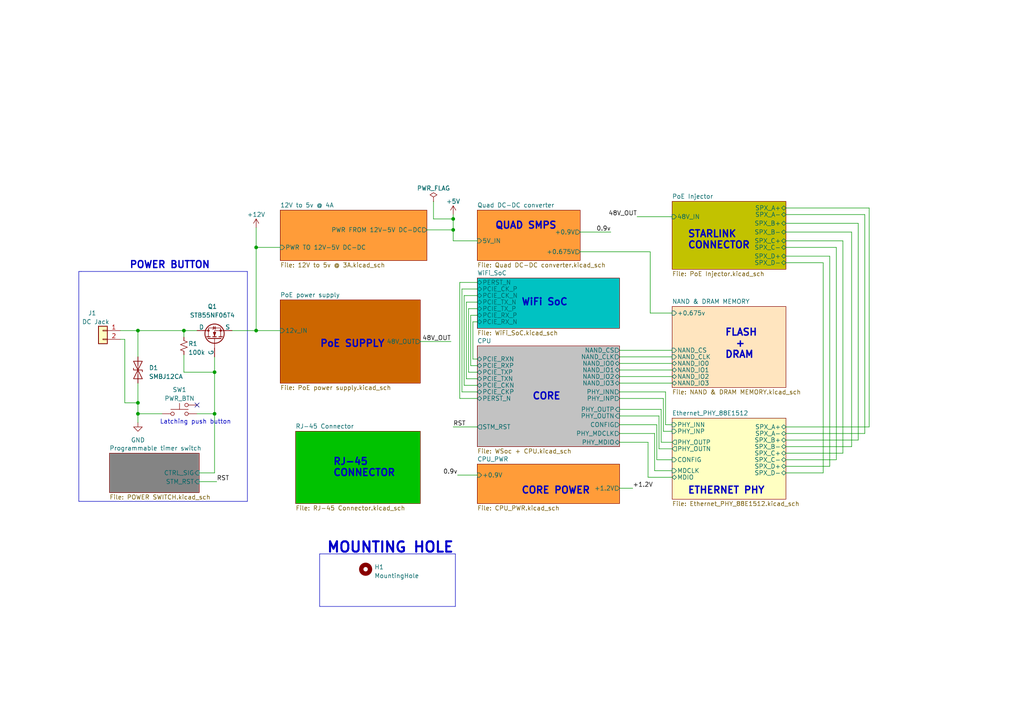
<source format=kicad_sch>
(kicad_sch (version 20230121) (generator eeschema)
  (paper "A4")
  (lib_symbols
    (symbol "Connector_Generic:Conn_01x02" (pin_names (offset 1.016) hide)
      (property "Reference" "J" (at 0 2.54 0))
      (property "Value" "Conn_01x02" (at 0 -5.08 0))
      (symbol "Conn_01x02_1_1"
        (rectangle (start -1.27 -2.413) (end 0 -2.667) (stroke (width 0.1524)))
        (rectangle (start -1.27 0.127) (end 0 -0.127) (stroke (width 0.1524)))
        (rectangle (start -1.27 1.27) (end 1.27 -3.81) (stroke (width 0.254)) (fill (type background)))
        (pin passive line (at -5.08 0 0) (length 3.81) (name "Pin_1") (number "1"))
        (pin passive line (at -5.08 -2.54 0) (length 3.81) (name "Pin_2") (number "2"))
      )
    )
    (symbol "Device:R_Small_US" (pin_numbers hide) (pin_names (offset 0.254) hide)
      (property "Reference" "R" (at 0.762 0.508 0))
      (property "Value" "R_Small_US" (at 0.762 -1.016 0))
      (symbol "R_Small_US_1_1"
        (polyline (pts (xy 0 0) (xy 1.016 -0.381) (xy 0 -0.762) (xy -1.016 -1.143) (xy 0 -1.524)))
        (polyline (pts (xy 0 1.524) (xy 1.016 1.143) (xy 0 0.762) (xy -1.016 0.381) (xy 0 0)))
        (pin passive line (at 0 2.54 270) (length 1.016) (name "~") (number "1"))
        (pin passive line (at 0 -2.54 90) (length 1.016) (name "~") (number "2"))
      )
    )
    (symbol "Diode:ESD9B5.0ST5G" (pin_numbers hide) (pin_names (offset 1.016) hide)
      (property "Reference" "D" (at 0 2.54 0))
      (property "Value" "ESD9B5.0ST5G" (at 0 -2.54 0))
      (symbol "ESD9B5.0ST5G_0_1"
        (polyline (pts (xy 1.27 0) (xy -1.27 0)))
        (polyline (pts (xy -2.54 -1.27) (xy 0 0) (xy -2.54 1.27) (xy -2.54 -1.27)) (stroke (width 0.2032)))
        (polyline (pts (xy 0.508 1.27) (xy 0 1.27) (xy 0 -1.27) (xy -0.508 -1.27)) (stroke (width 0.2032)))
        (polyline (pts (xy 2.54 1.27) (xy 2.54 -1.27) (xy 0 0) (xy 2.54 1.27)) (stroke (width 0.2032)))
      )
      (symbol "ESD9B5.0ST5G_1_1"
        (pin passive line (at -3.81 0 0) (length 2.54) (name "A1") (number "1"))
        (pin passive line (at 3.81 0 180) (length 2.54) (name "A2") (number "2"))
      )
    )
    (symbol "Mechanical:MountingHole" (pin_names (offset 1.016))
      (property "Reference" "H" (at 0 5.08 0))
      (property "Value" "MountingHole" (at 0 3.175 0))
      (symbol "MountingHole_0_1"
        (circle (center 0 0) (radius 1.27) (stroke (width 1.27)))
      )
    )
    (symbol "Simulation_SPICE:NMOS" (pin_numbers hide) (pin_names (offset 0))
      (property "Reference" "Q1" (at 0 5.715 90))
      (symbol "NMOS_0_1"
        (polyline (pts (xy 0.254 0) (xy -2.54 0)))
        (polyline (pts (xy 0.254 1.905) (xy 0.254 -1.905)) (stroke (width 0.254)))
        (polyline (pts (xy 0.762 -1.27) (xy 0.762 -2.286)) (stroke (width 0.254)))
        (polyline (pts (xy 0.762 0.508) (xy 0.762 -0.508)) (stroke (width 0.254)))
        (polyline (pts (xy 0.762 2.286) (xy 0.762 1.27)) (stroke (width 0.254)))
        (polyline (pts (xy 2.54 2.54) (xy 2.54 1.778)))
        (polyline (pts (xy 2.54 -2.54) (xy 2.54 0) (xy 0.762 0)))
        (polyline (pts (xy 0.762 -1.778) (xy 3.302 -1.778) (xy 3.302 1.778) (xy 0.762 1.778)))
        (polyline (pts (xy 1.016 0) (xy 2.032 0.381) (xy 2.032 -0.381) (xy 1.016 0)) (fill (type outline)))
        (polyline (pts (xy 2.794 0.508) (xy 2.921 0.381) (xy 3.683 0.381) (xy 3.81 0.254)))
        (polyline (pts (xy 3.302 0.381) (xy 2.921 -0.254) (xy 3.683 -0.254) (xy 3.302 0.381)))
        (circle (center 1.651 0) (radius 2.794) (stroke (width 0.254)))
        (circle (center 2.54 -1.778) (radius 0.254) (fill (type outline)))
        (circle (center 2.54 1.778) (radius 0.254) (fill (type outline)))
      )
      (symbol "NMOS_1_1"
        (pin input line (at -5.08 0 0) (length 2.54) (name "G") (number "1"))
        (pin passive line (at 2.54 5.08 270) (length 2.54) (name "D") (number "2"))
        (pin passive line (at 2.54 -5.08 90) (length 2.54) (name "S") (number "3"))
      )
    )
    (symbol "Switch:SW_Push" (pin_numbers hide) (pin_names (offset 1.016) hide)
      (property "Reference" "SW1" (at 0 6.985 0))
      (property "Value" "PWR_BTN" (at 0 4.445 0))
      (symbol "SW_Push_0_1"
        (circle (center -2.032 0) (radius 0.508))
        (polyline (pts (xy 0 1.27) (xy 0 3.048)))
        (polyline (pts (xy 2.54 1.27) (xy -2.54 1.27)))
        (circle (center 2.032 0) (radius 0.508))
        (circle (center 2.032 2.54) (radius 0.508))
        (pin passive line (at -5.08 0 0) (length 2.54) (name "1") (number "1"))
        (pin passive line (at 5.08 0 180) (length 2.54) (name "2") (number "2"))
        (pin passive line (at 5.08 2.54 180) (length 2.54) (name "3") (number "3"))
      )
    )
    (symbol "power:+12V" (power) (pin_names (offset 0))
      (property "Value" "+12V" (at 0 3.556 0))
      (symbol "+12V_0_1"
        (polyline (pts (xy -0.762 1.27) (xy 0 2.54)))
        (polyline (pts (xy 0 0) (xy 0 2.54)))
        (polyline (pts (xy 0 2.54) (xy 0.762 1.27)))
      )
      (symbol "+12V_1_1"
        (pin power_in line (at 0 0 90) (length 0) hide (name "+12V") (number "1"))
      )
    )
    (symbol "power:+5V" (power) (pin_names (offset 0))
      (property "Value" "+5V" (at 0 3.556 0))
      (symbol "+5V_0_1"
        (polyline (pts (xy -0.762 1.27) (xy 0 2.54)))
        (polyline (pts (xy 0 0) (xy 0 2.54)))
        (polyline (pts (xy 0 2.54) (xy 0.762 1.27)))
      )
      (symbol "+5V_1_1"
        (pin power_in line (at 0 0 90) (length 0) hide (name "+5V") (number "1"))
      )
    )
    (symbol "power:GND" (power) (pin_names (offset 0))
      (property "Value" "GND" (at 0 -3.81 0))
      (symbol "GND_0_1"
        (polyline (pts (xy 0 0) (xy 0 -1.27) (xy 1.27 -1.27) (xy 0 -2.54) (xy -1.27 -1.27) (xy 0 -1.27)))
      )
      (symbol "GND_1_1"
        (pin power_in line (at 0 0 270) (length 0) hide (name "GND") (number "1"))
      )
    )
    (symbol "power:PWR_FLAG" (power) (pin_numbers hide) (pin_names (offset 0) hide)
      (property "Value" "PWR_FLAG" (at 0 3.81 0))
      (symbol "PWR_FLAG_0_0"
        (pin power_out line (at 0 0 90) (length 0) (name "pwr") (number "1"))
      )
      (symbol "PWR_FLAG_0_1"
        (polyline (pts (xy 0 0) (xy 0 1.27) (xy -1.016 1.905) (xy 0 2.54) (xy 1.016 1.905) (xy 0 1.27)))
      )
    )
  )
  (junction (at 40.005 116.84))
  (junction (at 62.23 107.95))
  (junction (at 53.34 95.885))
  (junction (at 40.005 95.885))
  (junction (at 40.005 120.015))
  (junction (at 74.295 71.755))
  (junction (at 74.295 95.885))
  (junction (at 62.23 120.015))
  (junction (at 131.445 66.675))
  (junction (at 131.445 63.5))
  (no_connect (at 57.15 117.475))
  (wire (pts (xy 134.62 111.76) (xy 134.62 85.725)))
  (wire (pts (xy 189.865 136.525) (xy 189.865 125.73)))
  (wire (pts (xy 133.985 113.665) (xy 138.43 113.665)))
  (wire (pts (xy 133.985 83.82) (xy 133.985 113.665)))
  (wire (pts (xy 227.965 74.295) (xy 240.665 74.295)))
  (polyline (pts (xy 22.86 78.74) (xy 23.495 78.74)))
  (wire (pts (xy 135.255 109.855) (xy 138.43 109.855)))
  (wire (pts (xy 62.23 103.505) (xy 62.23 107.95)))
  (wire (pts (xy 187.96 128.27) (xy 187.96 138.43)))
  (wire (pts (xy 40.005 120.015) (xy 40.005 116.84)))
  (wire (pts (xy 227.965 67.31) (xy 247.015 67.31)))
  (wire (pts (xy 191.135 130.175) (xy 191.135 120.65)))
  (wire (pts (xy 190.5 123.19) (xy 190.5 133.35)))
  (wire (pts (xy 188.595 90.805) (xy 194.945 90.805)))
  (wire (pts (xy 193.04 113.665) (xy 193.04 123.19)))
  (wire (pts (xy 137.16 93.345) (xy 138.43 93.345)))
  (wire (pts (xy 135.89 89.535) (xy 138.43 89.535)))
  (wire (pts (xy 191.77 128.27) (xy 194.945 128.27)))
  (wire (pts (xy 227.965 60.325) (xy 252.095 60.325)))
  (wire (pts (xy 227.965 62.23) (xy 250.825 62.23)))
  (wire (pts (xy 40.005 95.885) (xy 53.34 95.885)))
  (polyline (pts (xy 22.86 145.415) (xy 71.755 145.415)))
  (wire (pts (xy 250.825 125.73) (xy 227.965 125.73)))
  (wire (pts (xy 131.445 63.5) (xy 131.445 66.675)))
  (polyline (pts (xy 23.495 78.74) (xy 71.755 78.74)))
  (wire (pts (xy 135.255 87.63) (xy 135.255 109.855)))
  (wire (pts (xy 227.965 133.35) (xy 242.57 133.35)))
  (wire (pts (xy 227.965 76.2) (xy 238.76 76.2)))
  (wire (pts (xy 134.62 85.725) (xy 138.43 85.725)))
  (wire (pts (xy 179.705 101.6) (xy 194.945 101.6)))
  (wire (pts (xy 238.76 137.16) (xy 227.965 137.16)))
  (wire (pts (xy 179.705 105.41) (xy 194.945 105.41)))
  (wire (pts (xy 53.34 95.885) (xy 53.34 97.79)))
  (wire (pts (xy 40.005 116.84) (xy 40.005 111.125)))
  (wire (pts (xy 36.195 98.425) (xy 36.195 116.84)))
  (wire (pts (xy 240.665 74.295) (xy 240.665 135.255)))
  (wire (pts (xy 248.92 64.77) (xy 227.965 64.77)))
  (wire (pts (xy 131.445 69.85) (xy 138.43 69.85)))
  (wire (pts (xy 34.925 98.425) (xy 36.195 98.425)))
  (wire (pts (xy 179.705 111.125) (xy 194.945 111.125)))
  (wire (pts (xy 192.405 125.095) (xy 192.405 115.57)))
  (wire (pts (xy 247.015 67.31) (xy 247.015 129.54)))
  (wire (pts (xy 191.77 118.745) (xy 191.77 128.27)))
  (wire (pts (xy 125.73 58.42) (xy 125.73 63.5)))
  (wire (pts (xy 179.705 107.315) (xy 194.945 107.315)))
  (wire (pts (xy 138.43 115.57) (xy 133.35 115.57)))
  (polyline (pts (xy 22.86 78.74) (xy 22.86 145.415)))
  (wire (pts (xy 193.04 123.19) (xy 194.945 123.19)))
  (wire (pts (xy 244.475 69.85) (xy 227.965 69.85)))
  (wire (pts (xy 136.525 106.045) (xy 138.43 106.045)))
  (wire (pts (xy 40.005 120.015) (xy 46.99 120.015)))
  (wire (pts (xy 138.43 83.82) (xy 133.985 83.82)))
  (wire (pts (xy 242.57 71.755) (xy 227.965 71.755)))
  (wire (pts (xy 247.015 129.54) (xy 227.965 129.54)))
  (wire (pts (xy 168.275 73.025) (xy 188.595 73.025)))
  (wire (pts (xy 40.005 122.555) (xy 40.005 120.015)))
  (wire (pts (xy 74.295 66.04) (xy 74.295 71.755)))
  (polyline (pts (xy 71.755 145.415) (xy 71.755 78.74)))
  (polyline (pts (xy 132.08 175.895) (xy 132.08 160.655)))
  (wire (pts (xy 194.945 130.175) (xy 191.135 130.175)))
  (wire (pts (xy 179.705 118.745) (xy 191.77 118.745)))
  (wire (pts (xy 62.23 107.95) (xy 62.23 120.015)))
  (wire (pts (xy 187.96 138.43) (xy 194.945 138.43)))
  (wire (pts (xy 244.475 131.445) (xy 244.475 69.85)))
  (wire (pts (xy 40.005 95.885) (xy 40.005 103.505)))
  (wire (pts (xy 168.275 67.31) (xy 177.165 67.31)))
  (wire (pts (xy 131.445 62.23) (xy 131.445 63.5)))
  (wire (pts (xy 123.825 66.675) (xy 131.445 66.675)))
  (wire (pts (xy 57.785 137.16) (xy 62.23 137.16)))
  (wire (pts (xy 179.705 128.27) (xy 187.96 128.27)))
  (wire (pts (xy 189.865 125.73) (xy 179.705 125.73)))
  (wire (pts (xy 132.715 137.795) (xy 138.43 137.795)))
  (wire (pts (xy 138.43 111.76) (xy 134.62 111.76)))
  (wire (pts (xy 252.095 123.825) (xy 227.965 123.825)))
  (wire (pts (xy 238.76 76.2) (xy 238.76 137.16)))
  (wire (pts (xy 184.785 62.865) (xy 194.945 62.865)))
  (wire (pts (xy 179.705 141.605) (xy 183.515 141.605)))
  (wire (pts (xy 125.73 63.5) (xy 131.445 63.5)))
  (wire (pts (xy 138.43 87.63) (xy 135.255 87.63)))
  (wire (pts (xy 227.965 131.445) (xy 244.475 131.445)))
  (wire (pts (xy 137.16 104.14) (xy 137.16 93.345)))
  (wire (pts (xy 34.925 95.885) (xy 40.005 95.885)))
  (wire (pts (xy 53.34 102.87) (xy 53.34 107.95)))
  (wire (pts (xy 133.35 81.915) (xy 138.43 81.915)))
  (wire (pts (xy 121.92 99.06) (xy 130.81 99.06)))
  (wire (pts (xy 179.705 123.19) (xy 190.5 123.19)))
  (wire (pts (xy 131.445 66.675) (xy 131.445 69.85)))
  (wire (pts (xy 135.89 107.95) (xy 135.89 89.535)))
  (wire (pts (xy 74.295 71.755) (xy 81.28 71.755)))
  (wire (pts (xy 138.43 104.14) (xy 137.16 104.14)))
  (wire (pts (xy 190.5 133.35) (xy 194.945 133.35)))
  (wire (pts (xy 179.705 103.505) (xy 194.945 103.505)))
  (wire (pts (xy 179.705 109.22) (xy 194.945 109.22)))
  (wire (pts (xy 133.35 115.57) (xy 133.35 81.915)))
  (wire (pts (xy 57.785 139.7) (xy 62.865 139.7)))
  (polyline (pts (xy 92.71 160.655) (xy 132.08 160.655)))
  (wire (pts (xy 131.445 123.825) (xy 138.43 123.825)))
  (wire (pts (xy 53.34 95.885) (xy 57.15 95.885)))
  (wire (pts (xy 179.705 113.665) (xy 193.04 113.665)))
  (polyline (pts (xy 92.71 175.895) (xy 132.08 175.895)))
  (wire (pts (xy 67.31 95.885) (xy 74.295 95.885)))
  (wire (pts (xy 74.295 95.885) (xy 81.28 95.885)))
  (wire (pts (xy 36.195 116.84) (xy 40.005 116.84)))
  (wire (pts (xy 57.15 120.015) (xy 62.23 120.015)))
  (wire (pts (xy 53.34 107.95) (xy 62.23 107.95)))
  (wire (pts (xy 74.295 71.755) (xy 74.295 95.885)))
  (wire (pts (xy 194.945 136.525) (xy 189.865 136.525)))
  (wire (pts (xy 227.965 127.635) (xy 248.92 127.635)))
  (wire (pts (xy 138.43 107.95) (xy 135.89 107.95)))
  (wire (pts (xy 136.525 91.44) (xy 136.525 106.045)))
  (wire (pts (xy 191.135 120.65) (xy 179.705 120.65)))
  (wire (pts (xy 194.945 125.095) (xy 192.405 125.095)))
  (polyline (pts (xy 92.71 160.655) (xy 92.71 175.895)))
  (wire (pts (xy 242.57 133.35) (xy 242.57 71.755)))
  (wire (pts (xy 192.405 115.57) (xy 179.705 115.57)))
  (wire (pts (xy 250.825 62.23) (xy 250.825 125.73)))
  (wire (pts (xy 240.665 135.255) (xy 227.965 135.255)))
  (wire (pts (xy 252.095 60.325) (xy 252.095 123.825)))
  (wire (pts (xy 138.43 91.44) (xy 136.525 91.44)))
  (wire (pts (xy 248.92 127.635) (xy 248.92 64.77)))
  (wire (pts (xy 188.595 73.025) (xy 188.595 90.805)))
  (wire (pts (xy 62.23 137.16) (xy 62.23 120.015)))
  (text "STARLINK\nCONNECTOR" (at 199.39 72.39 0) (effects (font (size 2 2) (thickness 0.4) bold) (justify left bottom)))
  (text "PoE SUPPLY" (at 92.71 100.965 0) (effects (font (size 2 2) (thickness 0.4) bold) (justify left bottom)))
  (text "ETHERNET PHY" (at 199.39 143.51 0) (effects (font (size 2 2) (thickness 0.4) bold) (justify left bottom)))
  (text "QUAD SMPS" (at 143.51 66.675 0) (effects (font (size 2 2) (thickness 0.4) bold) (justify left bottom)))
  (text "RJ-45\nCONNECTOR" (at 96.52 138.43 0) (effects (font (size 2 2) (thickness 0.4) bold) (justify left bottom)))
  (text "CORE" (at 154.305 116.205 0) (effects (font (size 2 2) (thickness 0.4) bold) (justify left bottom)))
  (text "CORE POWER" (at 151.13 143.51 0) (effects (font (size 2 2) (thickness 0.4) bold) (justify left bottom)))
  (text "MOUNTING HOLE" (at 94.615 160.655 0) (effects (font (size 3 3) (thickness 0.6) bold) (justify left bottom)))
  (text "POWER BUTTON" (at 37.465 78.105 0) (effects (font (size 2 2) (thickness 0.4) bold) (justify left bottom)))
  (text "WiFi SoC" (at 151.13 88.9 0) (effects (font (size 2 2) (thickness 0.4) bold) (justify left bottom)))
  (text "Latching push button" (at 46.355 123.19 0) (effects (font (size 1.27 1.27)) (justify left bottom)))
  (text "FLASH\n  +\nDRAM" (at 210.185 104.14 0) (effects (font (size 2 2) (thickness 0.4) bold) (justify left bottom)))
  (label "RST" (at 131.445 123.825 0))
  (label "48V_OUT" (at 184.785 62.865 180))
  (label "0.9v" (at 132.715 137.795 180))
  (label "0.9v" (at 177.165 67.31 180))
  (label "+1.2V" (at 183.515 141.605 0))
  (label "48V_OUT" (at 130.81 99.06 180))
  (label "RST" (at 62.865 139.7 0))
  (symbol (lib_id "power:GND") (at 40.005 122.555 0) (unit 1)
    (property "Reference" "#PWR01" (effects hide))
    (property "Value" "GND" (at 40.005 127.635 0))
  )
  (symbol (lib_id "power:+5V") (at 131.445 62.23 0) (unit 1)
    (property "Reference" "#PWR03" (effects hide))
    (property "Value" "+5V" (at 131.445 58.42 0))
  )
  (symbol (lib_id "Diode:ESD9B5.0ST5G") (at 40.005 107.315 90) (unit 1)
    (property "Reference" "D1" (at 43.18 106.68 90) (effects (justify right)))
    (property "Value" "SMBJ12CA" (at 43.18 109.22 90) (effects (justify right)))
    (property "Footprint" "Library:SMBJ12CA" (effects hide))
    (property "Datasheet" "https://www.onsemi.com/pub/Collateral/ESD9B-D.PDF" (effects hide))
  )
  (symbol (lib_id "Connector_Generic:Conn_01x02") (at 29.845 95.885 0) (mirror y) (unit 1)
    (property "Reference" "J1" (at 27.94 90.805 0) (effects (justify left)))
    (property "Value" "DC Jack" (at 31.75 93.345 0) (effects (justify left)))
    (property "Footprint" "Library:barrel jack" (effects hide))
  )
  (symbol (lib_id "power:PWR_FLAG") (at 125.73 58.42 0) (unit 1)
    (property "Reference" "#FLG03" (effects hide))
    (property "Value" "PWR_FLAG" (at 125.73 54.61 0))
  )
  (symbol (lib_id "Simulation_SPICE:NMOS") (at 62.23 98.425 90) (unit 1)
    (property "Reference" "Q1" (at 61.595 88.9 90))
    (property "Value" "STB55NF06T4" (at 61.595 91.44 90))
    (property "Footprint" "greencharge-footprints:VREG_L7805ACD2T" (effects hide))
    (property "Datasheet" "https://ngspice.sourceforge.io/docs/ngspice-manual.pdf" (effects hide))
    (property "Sim.Device" "NMOS" (effects hide))
    (property "Sim.Type" "VDMOS" (effects hide))
    (property "Sim.Pins" "1=D 2=G 3=S" (effects hide))
  )
  (symbol (lib_id "Switch:SW_Push") (at 52.07 120.015 0) (unit 1)
    (property "Reference" "SW1" (at 52.07 113.03 0))
    (property "Value" "PWR_BTN" (at 52.07 115.57 0))
    (property "Footprint" "Library:XKB5858-Z-C" (effects hide))
  )
  (symbol (lib_id "Device:R_Small_US") (at 53.34 100.33 0) (unit 1)
    (property "Reference" "R1" (at 54.61 99.695 0) (effects (justify left)))
    (property "Value" "100k" (at 54.61 102.235 0) (effects (justify left)))
    (property "Footprint" "Resistor_SMD:R_0402_1005Metric" (effects hide))
  )
  (symbol (lib_id "power:+12V") (at 74.295 66.04 0) (unit 1)
    (property "Reference" "#PWR02" (effects hide))
    (property "Value" "+12V" (at 74.295 62.23 0))
  )
  (symbol (lib_id "Mechanical:MountingHole") (at 106.045 165.1 0) (unit 1)
    (property "Reference" "H1" (at 108.585 164.465 0) (effects (justify left)))
    (property "Value" "MountingHole" (at 108.585 167.005 0) (effects (justify left)))
    (property "Footprint" "MountingHole:MountingHole_3mm" (effects hide))
  )
  (sheet (at 81.28 86.995) (size 40.64 24.13) (stroke (width 0.1524)) (fill (color 204 102 0 1.0000))
    (property "Sheetname" "PoE power supply" (at 81.28 86.2834 0) (effects (justify left bottom)))
    (property "Sheetfile" "PoE power supply.kicad_sch" (at 81.28 111.7096 0) (effects (justify left top)))
    (pin "48V_OUT" output (at 121.92 99.06 0))
    (pin "12v_IN" input (at 81.28 95.885 180))
  )
  (sheet (at 138.43 80.645) (size 41.275 14.605) (stroke (width 0.1524)) (fill (color 0 194 194 1.0000))
    (property "Sheetname" "WiFi_SoC" (at 138.43 79.9334 0) (effects (justify left bottom)))
    (property "Sheetfile" "WiFi_SoC.kicad_sch" (at 138.43 95.8346 0) (effects (justify left top)))
    (pin "PCIE_CK_P" bidirectional (at 138.43 83.82 180))
    (pin "PCIE_TX_N" bidirectional (at 138.43 87.63 180))
    (pin "PCIE_TX_P" bidirectional (at 138.43 89.535 180))
    (pin "PCIE_CK_N" bidirectional (at 138.43 85.725 180))
    (pin "PERST_N" bidirectional (at 138.43 81.915 180))
    (pin "PCIE_RX_N" bidirectional (at 138.43 93.345 180))
    (pin "PCIE_RX_P" bidirectional (at 138.43 91.44 180))
  )
  (sheet (at 194.945 88.9) (size 33.02 23.495) (stroke (width 0.1524)) (fill (color 255 229 191 1.0000))
    (property "Sheetname" "NAND & DRAM MEMORY" (at 194.945 88.1884 0) (effects (justify left bottom)))
    (property "Sheetfile" "NAND & DRAM MEMORY.kicad_sch" (at 194.945 112.9796 0) (effects (justify left top)))
    (pin "+0.675v" input (at 194.945 90.805 180))
    (pin "NAND_CS" input (at 194.945 101.6 180))
    (pin "NAND_IO2" bidirectional (at 194.945 109.22 180))
    (pin "NAND_CLK" input (at 194.945 103.505 180))
    (pin "NAND_IO3" bidirectional (at 194.945 111.125 180))
    (pin "NAND_IO0" bidirectional (at 194.945 105.41 180))
    (pin "NAND_IO1" bidirectional (at 194.945 107.315 180))
  )
  (sheet (at 194.945 121.285) (size 33.02 23.495) (stroke (width 0.1524)) (fill (color 255 255 194 1.0000))
    (property "Sheetname" "Ethernet_PHY_88E1512" (at 194.945 120.5734 0) (effects (justify left bottom)))
    (property "Sheetfile" "Ethernet_PHY_88E1512.kicad_sch" (at 194.945 145.3646 0) (effects (justify left top)))
    (pin "MDCLK" input (at 194.945 136.525 180))
    (pin "PHY_INN" input (at 194.945 123.19 180))
    (pin "CONFIG" input (at 194.945 133.35 180))
    (pin "PHY_OUTP" output (at 194.945 128.27 180))
    (pin "PHY_INP" input (at 194.945 125.095 180))
    (pin "PHY_OUTN" output (at 194.945 130.175 180))
    (pin "MDIO" bidirectional (at 194.945 138.43 180))
    (pin "SPX_A+" bidirectional (at 227.965 123.825 0))
    (pin "SPX_A-" bidirectional (at 227.965 125.73 0))
    (pin "SPX_B+" bidirectional (at 227.965 127.635 0))
    (pin "SPX_B-" bidirectional (at 227.965 129.54 0))
    (pin "SPX_C+" bidirectional (at 227.965 131.445 0))
    (pin "SPX_C-" bidirectional (at 227.965 133.35 0))
    (pin "SPX_D+" bidirectional (at 227.965 135.255 0))
    (pin "SPX_D-" bidirectional (at 227.965 137.16 0))
  )
  (sheet (at 194.945 58.42) (size 33.02 19.685) (stroke (width 0.1524)) (fill (color 194 194 0 1.0000))
    (property "Sheetname" "PoE Injector" (at 194.945 57.7084 0) (effects (justify left bottom)))
    (property "Sheetfile" "PoE Injector.kicad_sch" (at 194.945 78.6896 0) (effects (justify left top)))
    (pin "48V_IN" input (at 194.945 62.865 180))
    (pin "SPX_D+" bidirectional (at 227.965 74.295 0))
    (pin "SPX_D-" bidirectional (at 227.965 76.2 0))
    (pin "SPX_C-" bidirectional (at 227.965 71.755 0))
    (pin "SPX_C+" bidirectional (at 227.965 69.85 0))
    (pin "SPX_B-" bidirectional (at 227.965 67.31 0))
    (pin "SPX_A+" bidirectional (at 227.965 60.325 0))
    (pin "SPX_A-" bidirectional (at 227.965 62.23 0))
    (pin "SPX_B+" bidirectional (at 227.965 64.77 0))
  )
  (sheet (at 138.43 100.33) (size 41.275 29.21) (stroke (width 0.1524)) (fill (color 194 194 194 1.0000))
    (property "Sheetname" "CPU" (at 138.43 99.6184 0) (effects (justify left bottom)))
    (property "Sheetfile" "WSoc + CPU.kicad_sch" (at 138.43 130.1246 0) (effects (justify left top)))
    (pin "NAND_IO3" bidirectional (at 179.705 111.125 0))
    (pin "NAND_IO2" bidirectional (at 179.705 109.22 0))
    (pin "NAND_IO0" bidirectional (at 179.705 105.41 0))
    (pin "NAND_IO1" bidirectional (at 179.705 107.315 0))
    (pin "PHY_MDCLK" output (at 179.705 125.73 0))
    (pin "PHY_MDIO" bidirectional (at 179.705 128.27 0))
    (pin "NAND_CS" output (at 179.705 101.6 0))
    (pin "NAND_CLK" output (at 179.705 103.505 0))
    (pin "PHY_INP" output (at 179.705 115.57 0))
    (pin "PHY_INN" output (at 179.705 113.665 0))
    (pin "CONFIG" output (at 179.705 123.19 0))
    (pin "PHY_OUTN" input (at 179.705 120.65 0))
    (pin "PHY_OUTP" input (at 179.705 118.745 0))
    (pin "PCIE_CKP" bidirectional (at 138.43 113.665 180))
    (pin "PERST_N" bidirectional (at 138.43 115.57 180))
    (pin "PCIE_CKN" bidirectional (at 138.43 111.76 180))
    (pin "PCIE_RXP" bidirectional (at 138.43 106.045 180))
    (pin "PCIE_RXN" bidirectional (at 138.43 104.14 180))
    (pin "PCIE_TXP" bidirectional (at 138.43 107.95 180))
    (pin "PCIE_TXN" bidirectional (at 138.43 109.855 180))
    (pin "STM_RST" output (at 138.43 123.825 180))
  )
  (sheet (at 138.43 134.62) (size 41.275 11.43) (stroke (width 0.1524)) (fill (color 255 156 57 1.0000))
    (property "Sheetname" "CPU_PWR" (at 138.43 133.9084 0) (effects (justify left bottom)))
    (property "Sheetfile" "CPU_PWR.kicad_sch" (at 138.43 146.6346 0) (effects (justify left top)))
    (pin "+0.9V" input (at 138.43 137.795 180))
    (pin "+1.2V" output (at 179.705 141.605 0))
  )
  (sheet (at 31.75 131.445) (size 26.035 11.43) (stroke (width 0.1524)) (fill (color 132 132 132 1.0000))
    (property "Sheetname" "Programmable timer switch" (at 31.75 130.7334 0) (effects (justify left bottom)))
    (property "Sheetfile" "POWER SWITCH.kicad_sch" (at 31.75 143.4596 0) (effects (justify left top)))
    (pin "CTRL_SIG" input (at 57.785 137.16 0))
    (pin "STM_RST" input (at 57.785 139.7 0))
  )
  (sheet (at 81.28 60.96) (size 42.545 14.605) (stroke (width 0.1524)) (fill (color 255 156 57 1.0000))
    (property "Sheetname" "12V to 5v @ 4A" (at 81.28 60.2484 0) (effects (justify left bottom)))
    (property "Sheetfile" "12V to 5v @ 3A.kicad_sch" (at 81.28 76.1496 0) (effects (justify left top)))
    (pin "PWR FROM 12V-5V DC-DC" output (at 123.825 66.675 0))
    (pin "PWR TO 12V-5V DC-DC" input (at 81.28 71.755 180))
  )
  (sheet (at 138.43 60.96) (size 29.845 14.605) (stroke (width 0.1524)) (fill (color 255 156 57 1.0000))
    (property "Sheetname" "Quad DC-DC converter" (at 138.43 60.2484 0) (effects (justify left bottom)))
    (property "Sheetfile" "Quad DC-DC converter.kicad_sch" (at 138.43 76.1496 0) (effects (justify left top)))
    (pin "5V_IN" input (at 138.43 69.85 180))
    (pin "+0.675V" output (at 168.275 73.025 0))
    (pin "+0.9V" output (at 168.275 67.31 0))
  )
  (sheet (at 85.725 125.095) (size 36.195 20.955) (stroke (width 0.1524)) (fill (color 0 194 0 1.0000))
    (property "Sheetname" "RJ-45 Connector" (at 85.725 124.3834 0) (effects (justify left bottom)))
    (property "Sheetfile" "RJ-45 Connector.kicad_sch" (at 85.725 146.6346 0) (effects (justify left top)))
  )
)
</source>
